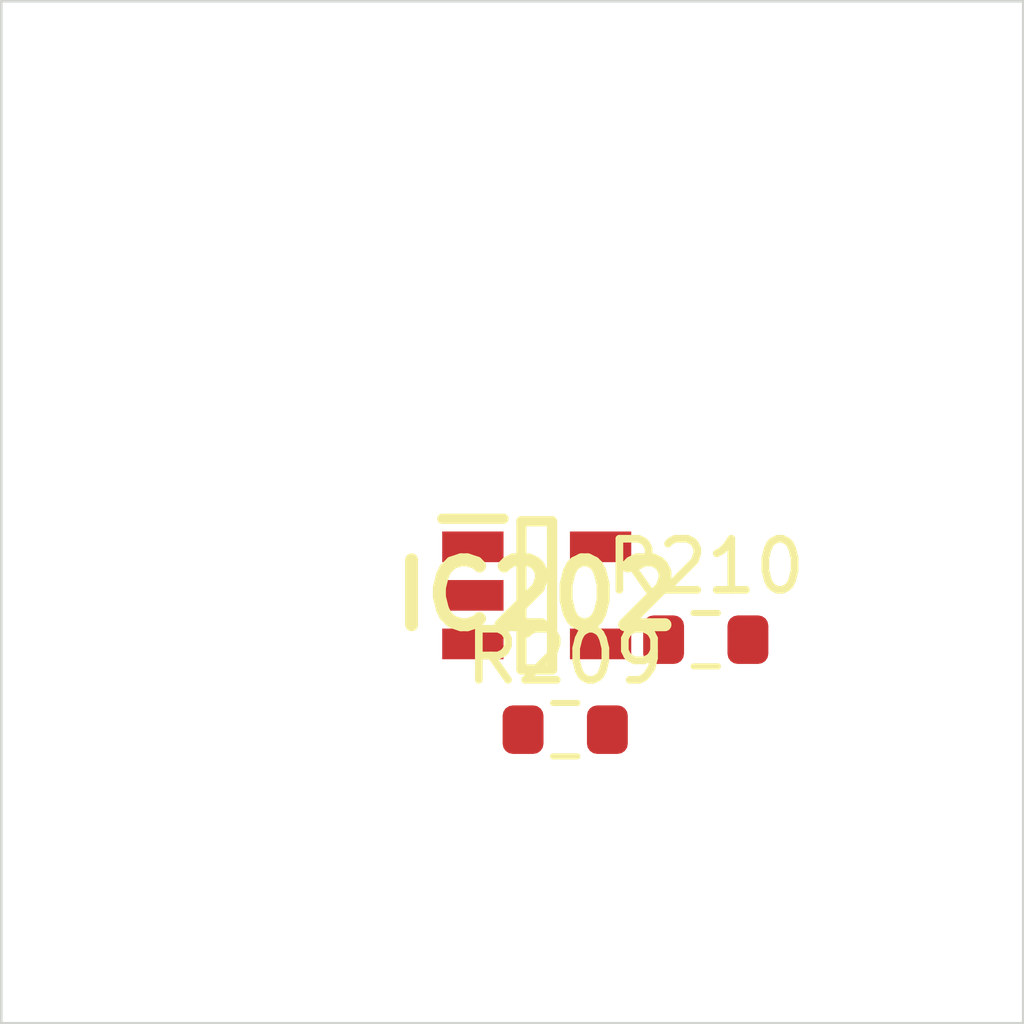
<source format=kicad_pcb>
 ( kicad_pcb  ( version 20171130 )
 ( host pcbnew 5.1.12-84ad8e8a86~92~ubuntu18.04.1 )
 ( general  ( thickness 1.6 )
 ( drawings 4 )
 ( tracks 0 )
 ( zones 0 )
 ( modules 3 )
 ( nets 5 )
)
 ( page A4 )
 ( layers  ( 0 F.Cu signal )
 ( 31 B.Cu signal )
 ( 32 B.Adhes user )
 ( 33 F.Adhes user )
 ( 34 B.Paste user )
 ( 35 F.Paste user )
 ( 36 B.SilkS user )
 ( 37 F.SilkS user )
 ( 38 B.Mask user )
 ( 39 F.Mask user )
 ( 40 Dwgs.User user )
 ( 41 Cmts.User user )
 ( 42 Eco1.User user )
 ( 43 Eco2.User user )
 ( 44 Edge.Cuts user )
 ( 45 Margin user )
 ( 46 B.CrtYd user )
 ( 47 F.CrtYd user )
 ( 48 B.Fab user )
 ( 49 F.Fab user )
)
 ( setup  ( last_trace_width 0.25 )
 ( trace_clearance 0.2 )
 ( zone_clearance 0.508 )
 ( zone_45_only no )
 ( trace_min 0.2 )
 ( via_size 0.8 )
 ( via_drill 0.4 )
 ( via_min_size 0.4 )
 ( via_min_drill 0.3 )
 ( uvia_size 0.3 )
 ( uvia_drill 0.1 )
 ( uvias_allowed no )
 ( uvia_min_size 0.2 )
 ( uvia_min_drill 0.1 )
 ( edge_width 0.05 )
 ( segment_width 0.2 )
 ( pcb_text_width 0.3 )
 ( pcb_text_size 1.5 1.5 )
 ( mod_edge_width 0.12 )
 ( mod_text_size 1 1 )
 ( mod_text_width 0.15 )
 ( pad_size 1.524 1.524 )
 ( pad_drill 0.762 )
 ( pad_to_mask_clearance 0 )
 ( aux_axis_origin 0 0 )
 ( visible_elements FFFFFF7F )
 ( pcbplotparams  ( layerselection 0x010fc_ffffffff )
 ( usegerberextensions false )
 ( usegerberattributes true )
 ( usegerberadvancedattributes true )
 ( creategerberjobfile true )
 ( excludeedgelayer true )
 ( linewidth 0.100000 )
 ( plotframeref false )
 ( viasonmask false )
 ( mode 1 )
 ( useauxorigin false )
 ( hpglpennumber 1 )
 ( hpglpenspeed 20 )
 ( hpglpendiameter 15.000000 )
 ( psnegative false )
 ( psa4output false )
 ( plotreference true )
 ( plotvalue true )
 ( plotinvisibletext false )
 ( padsonsilk false )
 ( subtractmaskfromsilk false )
 ( outputformat 1 )
 ( mirror false )
 ( drillshape 1 )
 ( scaleselection 1 )
 ( outputdirectory "" )
)
)
 ( net 0 "" )
 ( net 1 GND )
 ( net 2 VDDA )
 ( net 3 /Sheet6235D886/vp )
 ( net 4 "Net-(IC202-Pad3)" )
 ( net_class Default "This is the default net class."  ( clearance 0.2 )
 ( trace_width 0.25 )
 ( via_dia 0.8 )
 ( via_drill 0.4 )
 ( uvia_dia 0.3 )
 ( uvia_drill 0.1 )
 ( add_net /Sheet6235D886/vp )
 ( add_net GND )
 ( add_net "Net-(IC202-Pad3)" )
 ( add_net VDDA )
)
 ( module SOT95P280X145-5N locked  ( layer F.Cu )
 ( tedit 62336ED7 )
 ( tstamp 623423ED )
 ( at 90.479100 111.627000 )
 ( descr DBV0005A )
 ( tags "Integrated Circuit" )
 ( path /6235D887/6266C08E )
 ( attr smd )
 ( fp_text reference IC202  ( at 0 0 )
 ( layer F.SilkS )
 ( effects  ( font  ( size 1.27 1.27 )
 ( thickness 0.254 )
)
)
)
 ( fp_text value TL071HIDBVR  ( at 0 0 )
 ( layer F.SilkS )
hide  ( effects  ( font  ( size 1.27 1.27 )
 ( thickness 0.254 )
)
)
)
 ( fp_line  ( start -1.85 -1.5 )
 ( end -0.65 -1.5 )
 ( layer F.SilkS )
 ( width 0.2 )
)
 ( fp_line  ( start -0.3 1.45 )
 ( end -0.3 -1.45 )
 ( layer F.SilkS )
 ( width 0.2 )
)
 ( fp_line  ( start 0.3 1.45 )
 ( end -0.3 1.45 )
 ( layer F.SilkS )
 ( width 0.2 )
)
 ( fp_line  ( start 0.3 -1.45 )
 ( end 0.3 1.45 )
 ( layer F.SilkS )
 ( width 0.2 )
)
 ( fp_line  ( start -0.3 -1.45 )
 ( end 0.3 -1.45 )
 ( layer F.SilkS )
 ( width 0.2 )
)
 ( fp_line  ( start -0.8 -0.5 )
 ( end 0.15 -1.45 )
 ( layer Dwgs.User )
 ( width 0.1 )
)
 ( fp_line  ( start -0.8 1.45 )
 ( end -0.8 -1.45 )
 ( layer Dwgs.User )
 ( width 0.1 )
)
 ( fp_line  ( start 0.8 1.45 )
 ( end -0.8 1.45 )
 ( layer Dwgs.User )
 ( width 0.1 )
)
 ( fp_line  ( start 0.8 -1.45 )
 ( end 0.8 1.45 )
 ( layer Dwgs.User )
 ( width 0.1 )
)
 ( fp_line  ( start -0.8 -1.45 )
 ( end 0.8 -1.45 )
 ( layer Dwgs.User )
 ( width 0.1 )
)
 ( fp_line  ( start -2.1 1.775 )
 ( end -2.1 -1.775 )
 ( layer Dwgs.User )
 ( width 0.05 )
)
 ( fp_line  ( start 2.1 1.775 )
 ( end -2.1 1.775 )
 ( layer Dwgs.User )
 ( width 0.05 )
)
 ( fp_line  ( start 2.1 -1.775 )
 ( end 2.1 1.775 )
 ( layer Dwgs.User )
 ( width 0.05 )
)
 ( fp_line  ( start -2.1 -1.775 )
 ( end 2.1 -1.775 )
 ( layer Dwgs.User )
 ( width 0.05 )
)
 ( pad 1 smd rect  ( at -1.25 -0.95 90.000000 )
 ( size 0.6 1.2 )
 ( layers F.Cu F.Mask F.Paste )
 ( net 3 /Sheet6235D886/vp )
)
 ( pad 2 smd rect  ( at -1.25 0 90.000000 )
 ( size 0.6 1.2 )
 ( layers F.Cu F.Mask F.Paste )
 ( net 1 GND )
)
 ( pad 3 smd rect  ( at -1.25 0.95 90.000000 )
 ( size 0.6 1.2 )
 ( layers F.Cu F.Mask F.Paste )
 ( net 4 "Net-(IC202-Pad3)" )
)
 ( pad 4 smd rect  ( at 1.25 0.95 90.000000 )
 ( size 0.6 1.2 )
 ( layers F.Cu F.Mask F.Paste )
 ( net 3 /Sheet6235D886/vp )
)
 ( pad 5 smd rect  ( at 1.25 -0.95 90.000000 )
 ( size 0.6 1.2 )
 ( layers F.Cu F.Mask F.Paste )
 ( net 2 VDDA )
)
)
 ( module Resistor_SMD:R_0603_1608Metric  ( layer F.Cu )
 ( tedit 5F68FEEE )
 ( tstamp 62342595 )
 ( at 91.036900 114.255000 )
 ( descr "Resistor SMD 0603 (1608 Metric), square (rectangular) end terminal, IPC_7351 nominal, (Body size source: IPC-SM-782 page 72, https://www.pcb-3d.com/wordpress/wp-content/uploads/ipc-sm-782a_amendment_1_and_2.pdf), generated with kicad-footprint-generator" )
 ( tags resistor )
 ( path /6235D887/623CDBD9 )
 ( attr smd )
 ( fp_text reference R209  ( at 0 -1.43 )
 ( layer F.SilkS )
 ( effects  ( font  ( size 1 1 )
 ( thickness 0.15 )
)
)
)
 ( fp_text value 100k  ( at 0 1.43 )
 ( layer F.Fab )
 ( effects  ( font  ( size 1 1 )
 ( thickness 0.15 )
)
)
)
 ( fp_line  ( start -0.8 0.4125 )
 ( end -0.8 -0.4125 )
 ( layer F.Fab )
 ( width 0.1 )
)
 ( fp_line  ( start -0.8 -0.4125 )
 ( end 0.8 -0.4125 )
 ( layer F.Fab )
 ( width 0.1 )
)
 ( fp_line  ( start 0.8 -0.4125 )
 ( end 0.8 0.4125 )
 ( layer F.Fab )
 ( width 0.1 )
)
 ( fp_line  ( start 0.8 0.4125 )
 ( end -0.8 0.4125 )
 ( layer F.Fab )
 ( width 0.1 )
)
 ( fp_line  ( start -0.237258 -0.5225 )
 ( end 0.237258 -0.5225 )
 ( layer F.SilkS )
 ( width 0.12 )
)
 ( fp_line  ( start -0.237258 0.5225 )
 ( end 0.237258 0.5225 )
 ( layer F.SilkS )
 ( width 0.12 )
)
 ( fp_line  ( start -1.48 0.73 )
 ( end -1.48 -0.73 )
 ( layer F.CrtYd )
 ( width 0.05 )
)
 ( fp_line  ( start -1.48 -0.73 )
 ( end 1.48 -0.73 )
 ( layer F.CrtYd )
 ( width 0.05 )
)
 ( fp_line  ( start 1.48 -0.73 )
 ( end 1.48 0.73 )
 ( layer F.CrtYd )
 ( width 0.05 )
)
 ( fp_line  ( start 1.48 0.73 )
 ( end -1.48 0.73 )
 ( layer F.CrtYd )
 ( width 0.05 )
)
 ( fp_text user %R  ( at 0 0 )
 ( layer F.Fab )
 ( effects  ( font  ( size 0.4 0.4 )
 ( thickness 0.06 )
)
)
)
 ( pad 1 smd roundrect  ( at -0.825 0 )
 ( size 0.8 0.95 )
 ( layers F.Cu F.Mask F.Paste )
 ( roundrect_rratio 0.25 )
 ( net 2 VDDA )
)
 ( pad 2 smd roundrect  ( at 0.825 0 )
 ( size 0.8 0.95 )
 ( layers F.Cu F.Mask F.Paste )
 ( roundrect_rratio 0.25 )
 ( net 4 "Net-(IC202-Pad3)" )
)
 ( model ${KISYS3DMOD}/Resistor_SMD.3dshapes/R_0603_1608Metric.wrl  ( at  ( xyz 0 0 0 )
)
 ( scale  ( xyz 1 1 1 )
)
 ( rotate  ( xyz 0 0 0 )
)
)
)
 ( module Resistor_SMD:R_0603_1608Metric  ( layer F.Cu )
 ( tedit 5F68FEEE )
 ( tstamp 623425A6 )
 ( at 93.787500 112.494000 )
 ( descr "Resistor SMD 0603 (1608 Metric), square (rectangular) end terminal, IPC_7351 nominal, (Body size source: IPC-SM-782 page 72, https://www.pcb-3d.com/wordpress/wp-content/uploads/ipc-sm-782a_amendment_1_and_2.pdf), generated with kicad-footprint-generator" )
 ( tags resistor )
 ( path /6235D887/623CDBDF )
 ( attr smd )
 ( fp_text reference R210  ( at 0 -1.43 )
 ( layer F.SilkS )
 ( effects  ( font  ( size 1 1 )
 ( thickness 0.15 )
)
)
)
 ( fp_text value 100k  ( at 0 1.43 )
 ( layer F.Fab )
 ( effects  ( font  ( size 1 1 )
 ( thickness 0.15 )
)
)
)
 ( fp_line  ( start 1.48 0.73 )
 ( end -1.48 0.73 )
 ( layer F.CrtYd )
 ( width 0.05 )
)
 ( fp_line  ( start 1.48 -0.73 )
 ( end 1.48 0.73 )
 ( layer F.CrtYd )
 ( width 0.05 )
)
 ( fp_line  ( start -1.48 -0.73 )
 ( end 1.48 -0.73 )
 ( layer F.CrtYd )
 ( width 0.05 )
)
 ( fp_line  ( start -1.48 0.73 )
 ( end -1.48 -0.73 )
 ( layer F.CrtYd )
 ( width 0.05 )
)
 ( fp_line  ( start -0.237258 0.5225 )
 ( end 0.237258 0.5225 )
 ( layer F.SilkS )
 ( width 0.12 )
)
 ( fp_line  ( start -0.237258 -0.5225 )
 ( end 0.237258 -0.5225 )
 ( layer F.SilkS )
 ( width 0.12 )
)
 ( fp_line  ( start 0.8 0.4125 )
 ( end -0.8 0.4125 )
 ( layer F.Fab )
 ( width 0.1 )
)
 ( fp_line  ( start 0.8 -0.4125 )
 ( end 0.8 0.4125 )
 ( layer F.Fab )
 ( width 0.1 )
)
 ( fp_line  ( start -0.8 -0.4125 )
 ( end 0.8 -0.4125 )
 ( layer F.Fab )
 ( width 0.1 )
)
 ( fp_line  ( start -0.8 0.4125 )
 ( end -0.8 -0.4125 )
 ( layer F.Fab )
 ( width 0.1 )
)
 ( fp_text user %R  ( at 0 0 )
 ( layer F.Fab )
 ( effects  ( font  ( size 0.4 0.4 )
 ( thickness 0.06 )
)
)
)
 ( pad 2 smd roundrect  ( at 0.825 0 )
 ( size 0.8 0.95 )
 ( layers F.Cu F.Mask F.Paste )
 ( roundrect_rratio 0.25 )
 ( net 1 GND )
)
 ( pad 1 smd roundrect  ( at -0.825 0 )
 ( size 0.8 0.95 )
 ( layers F.Cu F.Mask F.Paste )
 ( roundrect_rratio 0.25 )
 ( net 4 "Net-(IC202-Pad3)" )
)
 ( model ${KISYS3DMOD}/Resistor_SMD.3dshapes/R_0603_1608Metric.wrl  ( at  ( xyz 0 0 0 )
)
 ( scale  ( xyz 1 1 1 )
)
 ( rotate  ( xyz 0 0 0 )
)
)
)
 ( gr_line  ( start 100 100 )
 ( end 100 120 )
 ( layer Edge.Cuts )
 ( width 0.05 )
 ( tstamp 62E770C4 )
)
 ( gr_line  ( start 80 120 )
 ( end 100 120 )
 ( layer Edge.Cuts )
 ( width 0.05 )
 ( tstamp 62E770C0 )
)
 ( gr_line  ( start 80 100 )
 ( end 100 100 )
 ( layer Edge.Cuts )
 ( width 0.05 )
 ( tstamp 6234110C )
)
 ( gr_line  ( start 80 100 )
 ( end 80 120 )
 ( layer Edge.Cuts )
 ( width 0.05 )
)
)

</source>
